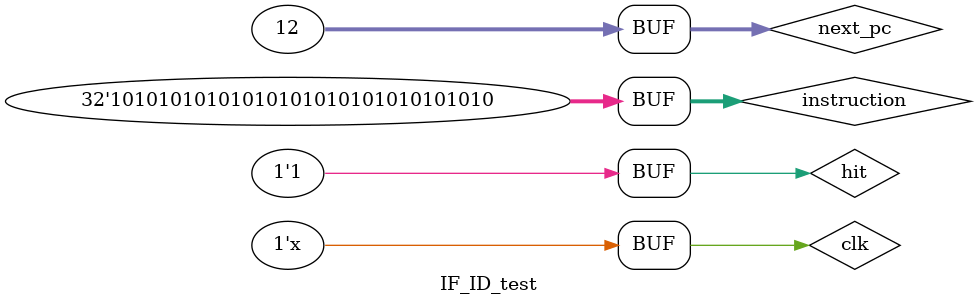
<source format=v>
`timescale 1ns / 1ps


module IF_ID_test;

	// Inputs
	reg clk;
	reg [31:0] next_pc;
	reg [31:0] instruction;
	reg hit;
	
	initial clk = 0;
	always #25 clk = ~clk;
	// Outputs
	wire [31:0] next_pc_out;
	wire [31:0] instruction_out;
	wire hit_out;

	// Instantiate the Unit Under Test (UUT)
	IF_ID_regs uut (
		.clk(clk), 
		.next_pc(next_pc), 
		.instruction(instruction), 
		.hit(hit), 
		.next_pc_out(next_pc_out), 
		.instruction_out(instruction_out), 
		.hit_out(hit_out)
	);

	initial begin
		// Initialize Inputs
		next_pc = 32'b000000000000000000000000000000001100;
		instruction = 32'b10101010101010101010101010101010;
		hit = 0;

		// Wait 100 ns for global reset to finish
		#100;
		next_pc = 32'b000000000000000000000000000000001100;
		instruction = 32'b10101010101010101010101010101010;
		hit = 1;
        
		// Add stimulus here

	end
      
endmodule


</source>
